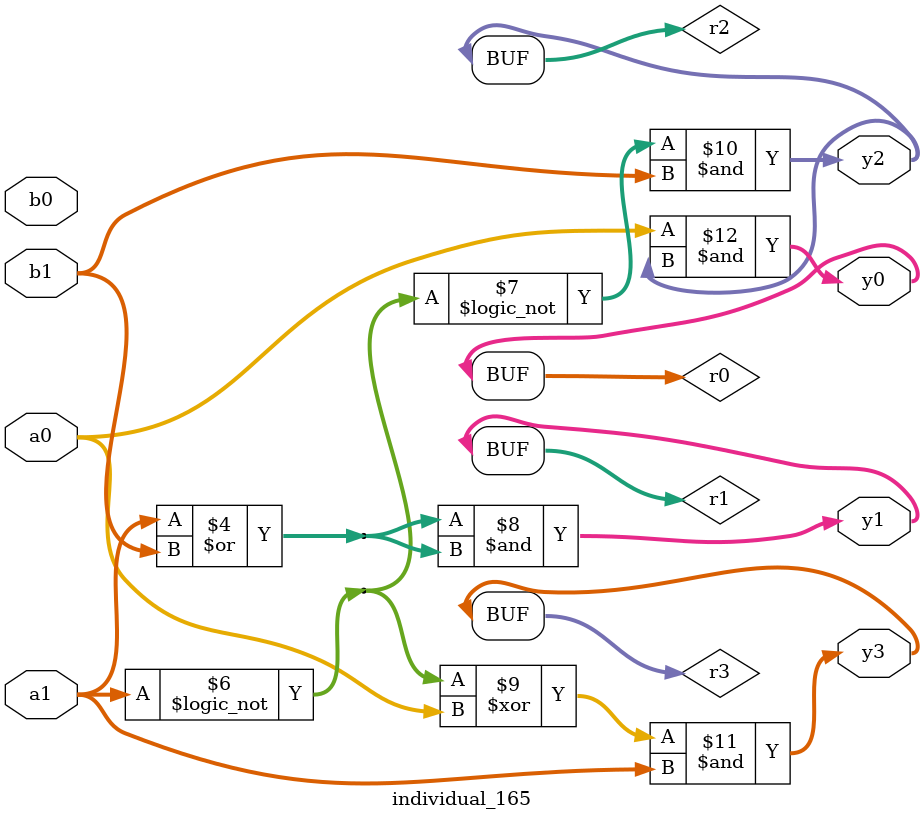
<source format=sv>
module individual_165(input logic [15:0] a1, input logic [15:0] a0, input logic [15:0] b1, input logic [15:0] b0, output logic [15:0] y3, output logic [15:0] y2, output logic [15:0] y1, output logic [15:0] y0);
logic [15:0] r0, r1, r2, r3;  always@(*) begin 	 r0 = a0; r1 = a1; r2 = b0; r3 = b1;  	 r3  &=  b1 ; 	 r2  |=  a1 ; 	 r1  |=  b1 ; 	 r2  ^=  a0 ; 	 r3 = ! a1 ; 	 r2 = ! r3 ; 	 r1  &=  r1 ; 	 r3  ^=  r0 ; 	 r2  &=  b1 ; 	 r3  &=  a1 ; 	 r0  &=  r2 ; 	 y3 = r3; y2 = r2; y1 = r1; y0 = r0; end
endmodule
</source>
